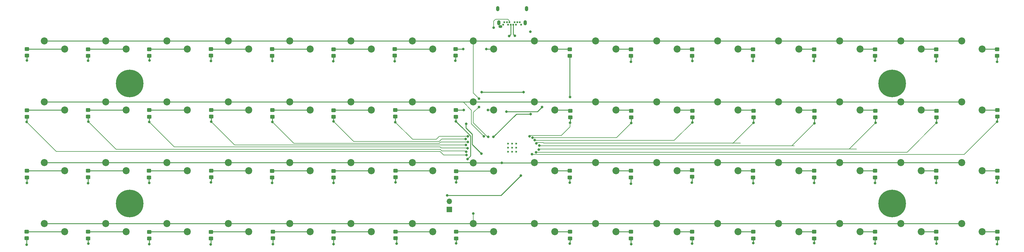
<source format=gbr>
%TF.GenerationSoftware,KiCad,Pcbnew,6.0.7-f9a2dced07~116~ubuntu20.04.1*%
%TF.CreationDate,2022-10-16T12:29:11-07:00*%
%TF.ProjectId,keyboard,6b657962-6f61-4726-942e-6b696361645f,rev?*%
%TF.SameCoordinates,Original*%
%TF.FileFunction,Copper,L2,Bot*%
%TF.FilePolarity,Positive*%
%FSLAX46Y46*%
G04 Gerber Fmt 4.6, Leading zero omitted, Abs format (unit mm)*
G04 Created by KiCad (PCBNEW 6.0.7-f9a2dced07~116~ubuntu20.04.1) date 2022-10-16 12:29:11*
%MOMM*%
%LPD*%
G01*
G04 APERTURE LIST*
G04 Aperture macros list*
%AMRoundRect*
0 Rectangle with rounded corners*
0 $1 Rounding radius*
0 $2 $3 $4 $5 $6 $7 $8 $9 X,Y pos of 4 corners*
0 Add a 4 corners polygon primitive as box body*
4,1,4,$2,$3,$4,$5,$6,$7,$8,$9,$2,$3,0*
0 Add four circle primitives for the rounded corners*
1,1,$1+$1,$2,$3*
1,1,$1+$1,$4,$5*
1,1,$1+$1,$6,$7*
1,1,$1+$1,$8,$9*
0 Add four rect primitives between the rounded corners*
20,1,$1+$1,$2,$3,$4,$5,0*
20,1,$1+$1,$4,$5,$6,$7,0*
20,1,$1+$1,$6,$7,$8,$9,0*
20,1,$1+$1,$8,$9,$2,$3,0*%
G04 Aperture macros list end*
%TA.AperFunction,ComponentPad*%
%ADD10C,2.200000*%
%TD*%
%TA.AperFunction,ComponentPad*%
%ADD11C,0.600000*%
%TD*%
%TA.AperFunction,HeatsinkPad*%
%ADD12C,0.600000*%
%TD*%
%TA.AperFunction,ComponentPad*%
%ADD13C,8.600000*%
%TD*%
%TA.AperFunction,ComponentPad*%
%ADD14R,1.700000X1.700000*%
%TD*%
%TA.AperFunction,ComponentPad*%
%ADD15O,1.700000X1.700000*%
%TD*%
%TA.AperFunction,ComponentPad*%
%ADD16C,0.609600*%
%TD*%
%TA.AperFunction,ComponentPad*%
%ADD17O,1.193800X0.914400*%
%TD*%
%TA.AperFunction,ComponentPad*%
%ADD18O,1.016000X1.600200*%
%TD*%
%TA.AperFunction,SMDPad,CuDef*%
%ADD19RoundRect,0.250000X0.450000X-0.325000X0.450000X0.325000X-0.450000X0.325000X-0.450000X-0.325000X0*%
%TD*%
%TA.AperFunction,ViaPad*%
%ADD20C,0.800000*%
%TD*%
%TA.AperFunction,Conductor*%
%ADD21C,0.280000*%
%TD*%
%TA.AperFunction,Conductor*%
%ADD22C,0.200000*%
%TD*%
%TA.AperFunction,Conductor*%
%ADD23C,0.250000*%
%TD*%
G04 APERTURE END LIST*
D10*
%TO.P,SW22,1,1*%
%TO.N,/Key Matrix/R2*%
X264120000Y-130770000D03*
%TO.P,SW22,2,2*%
%TO.N,Net-(D22-Pad2)*%
X270470000Y-133310000D03*
%TD*%
D11*
%TO.P,U2,57,GND*%
%TO.N,GND*%
X217825000Y-145070000D03*
X219100000Y-143795000D03*
X220375000Y-145070000D03*
X220375000Y-143795000D03*
D12*
X217825000Y-143795000D03*
D11*
X217825000Y-146345000D03*
X219100000Y-145070000D03*
X220375000Y-146345000D03*
X219100000Y-146345000D03*
%TD*%
D13*
%TO.P,H3,1*%
%TO.N,N/C*%
X337500000Y-162500000D03*
%TD*%
%TO.P,H1,1*%
%TO.N,N/C*%
X100000000Y-125000000D03*
%TD*%
D14*
%TO.P,J2,1,Pin_1*%
%TO.N,GND*%
X199525000Y-164335000D03*
D15*
%TO.P,J2,2,Pin_2*%
%TO.N,Net-(J2-Pad2)*%
X199525000Y-161795000D03*
%TD*%
D16*
%TO.P,J1,B12,B12*%
%TO.N,unconnected-(J1-PadB12)*%
X221886519Y-106582486D03*
%TO.P,J1,B11,B11*%
%TO.N,unconnected-(J1-PadB11)*%
X221486393Y-105882486D03*
%TO.P,J1,B10,B10*%
%TO.N,unconnected-(J1-PadB10)*%
X220686267Y-105882486D03*
%TO.P,J1,B9,B9*%
%TO.N,unconnected-(J1-PadB9)*%
X220286141Y-106582486D03*
%TO.P,J1,B8,B8*%
%TO.N,unconnected-(J1-PadB8)*%
X219911515Y-105882486D03*
%TO.P,J1,B7,B7*%
%TO.N,/USB_D-*%
X219473889Y-106582486D03*
%TO.P,J1,B6,B6*%
%TO.N,/USB_D+*%
X218673763Y-106582486D03*
%TO.P,J1,B5,B5*%
%TO.N,Net-(J1-PadB5)*%
X218311137Y-105882486D03*
%TO.P,J1,B4,B4*%
%TO.N,unconnected-(J1-PadB4)*%
X217886511Y-106582486D03*
%TO.P,J1,B3,B3*%
%TO.N,unconnected-(J1-PadB3)*%
X217486385Y-105882486D03*
%TO.P,J1,B2,B2*%
%TO.N,unconnected-(J1-PadB2)*%
X216686259Y-105882486D03*
%TO.P,J1,B1,B1*%
%TO.N,unconnected-(J1-PadB1)*%
X216286133Y-106582486D03*
D17*
%TO.P,J1,29,29*%
%TO.N,unconnected-(J1-Pad29)*%
X215486326Y-107232486D03*
D18*
%TO.P,J1,28,28*%
%TO.N,unconnected-(J1-Pad28)*%
X214596325Y-101592486D03*
%TO.P,J1,27,27*%
%TO.N,unconnected-(J1-Pad27)*%
X214956327Y-105992486D03*
%TO.P,J1,26,26*%
%TO.N,unconnected-(J1-Pad26)*%
X223576327Y-101592486D03*
%TO.P,J1,25,25*%
%TO.N,unconnected-(J1-Pad25)*%
X223216325Y-105992486D03*
%TD*%
D13*
%TO.P,H4,1*%
%TO.N,N/C*%
X100000000Y-162500000D03*
%TD*%
%TO.P,H2,1*%
%TO.N,N/C*%
X337500000Y-125000000D03*
%TD*%
D19*
%TO.P,D55,1,K*%
%TO.N,/Key Matrix/C14*%
X106045000Y-154322500D03*
%TO.P,D55,2,A*%
%TO.N,Net-(D55-Pad2)*%
X106045000Y-152272500D03*
%TD*%
%TO.P,D17,1,K*%
%TO.N,/Key Matrix/C5*%
X294145000Y-116322500D03*
%TO.P,D17,2,A*%
%TO.N,Net-(D17-Pad2)*%
X294145000Y-114272500D03*
%TD*%
D10*
%TO.P,SW29,1,1*%
%TO.N,/Key Matrix/R1*%
X226067500Y-111720000D03*
%TO.P,SW29,2,2*%
%TO.N,Net-(D29-Pad2)*%
X232417500Y-114260000D03*
%TD*%
%TO.P,SW7,1,1*%
%TO.N,/Key Matrix/R3*%
X340177500Y-149730000D03*
%TO.P,SW7,2,2*%
%TO.N,Net-(D7-Pad2)*%
X346527500Y-152270000D03*
%TD*%
D19*
%TO.P,D33,1,K*%
%TO.N,/Key Matrix/C9*%
X201490000Y-116282500D03*
%TO.P,D33,2,A*%
%TO.N,Net-(D33-Pad2)*%
X201490000Y-114232500D03*
%TD*%
%TO.P,D12,1,K*%
%TO.N,/Key Matrix/C3*%
X332187500Y-173372500D03*
%TO.P,D12,2,A*%
%TO.N,Net-(D12-Pad2)*%
X332187500Y-171322500D03*
%TD*%
D10*
%TO.P,SW34,1,1*%
%TO.N,/Key Matrix/R2*%
X207017500Y-130770000D03*
%TO.P,SW34,2,2*%
%TO.N,Net-(D34-Pad2)*%
X213367500Y-133310000D03*
%TD*%
%TO.P,SW46,1,1*%
%TO.N,/Key Matrix/R2*%
X149820000Y-130770000D03*
%TO.P,SW46,2,2*%
%TO.N,Net-(D46-Pad2)*%
X156170000Y-133310000D03*
%TD*%
%TO.P,SW45,1,1*%
%TO.N,/Key Matrix/R1*%
X149820000Y-111720000D03*
%TO.P,SW45,2,2*%
%TO.N,Net-(D45-Pad2)*%
X156170000Y-114260000D03*
%TD*%
D19*
%TO.P,D2,1,K*%
%TO.N,/Key Matrix/C1*%
X370220000Y-135345000D03*
%TO.P,D2,2,A*%
%TO.N,Net-(D2-Pad2)*%
X370220000Y-133295000D03*
%TD*%
%TO.P,D26,1,K*%
%TO.N,/Key Matrix/C7*%
X256210000Y-135587500D03*
%TO.P,D26,2,A*%
%TO.N,Net-(D26-Pad2)*%
X256210000Y-133537500D03*
%TD*%
D10*
%TO.P,SW30,1,1*%
%TO.N,/Key Matrix/R2*%
X226067500Y-130770000D03*
%TO.P,SW30,2,2*%
%TO.N,Net-(D30-Pad2)*%
X232417500Y-133310000D03*
%TD*%
D19*
%TO.P,D48,1,K*%
%TO.N,/Key Matrix/C12*%
X144580000Y-173362500D03*
%TO.P,D48,2,A*%
%TO.N,Net-(D48-Pad2)*%
X144580000Y-171312500D03*
%TD*%
%TO.P,D21,1,K*%
%TO.N,/Key Matrix/C6*%
X275142500Y-116322500D03*
%TO.P,D21,2,A*%
%TO.N,Net-(D21-Pad2)*%
X275142500Y-114272500D03*
%TD*%
%TO.P,D36,1,K*%
%TO.N,/Key Matrix/C9*%
X201647500Y-173372500D03*
%TO.P,D36,2,A*%
%TO.N,Net-(D36-Pad2)*%
X201647500Y-171322500D03*
%TD*%
D10*
%TO.P,SW31,1,1*%
%TO.N,/Key Matrix/R3*%
X226067500Y-149730000D03*
%TO.P,SW31,2,2*%
%TO.N,Net-(D31-Pad2)*%
X232417500Y-152270000D03*
%TD*%
D19*
%TO.P,D46,1,K*%
%TO.N,/Key Matrix/C12*%
X144440000Y-135357500D03*
%TO.P,D46,2,A*%
%TO.N,Net-(D46-Pad2)*%
X144440000Y-133307500D03*
%TD*%
%TO.P,D34,1,K*%
%TO.N,/Key Matrix/C9*%
X201610000Y-135355000D03*
%TO.P,D34,2,A*%
%TO.N,Net-(D34-Pad2)*%
X201610000Y-133305000D03*
%TD*%
%TO.P,D13,1,K*%
%TO.N,/Key Matrix/C4*%
X313147500Y-116322500D03*
%TO.P,D13,2,A*%
%TO.N,Net-(D13-Pad2)*%
X313147500Y-114272500D03*
%TD*%
%TO.P,D64,1,K*%
%TO.N,/Key Matrix/C16*%
X67900000Y-173352500D03*
%TO.P,D64,2,A*%
%TO.N,Net-(D64-Pad2)*%
X67900000Y-171302500D03*
%TD*%
%TO.P,D5,1,K*%
%TO.N,/Key Matrix/C2*%
X351200000Y-116322500D03*
%TO.P,D5,2,A*%
%TO.N,Net-(D5-Pad2)*%
X351200000Y-114272500D03*
%TD*%
D10*
%TO.P,SW10,1,1*%
%TO.N,/Key Matrix/R2*%
X321127500Y-130770000D03*
%TO.P,SW10,2,2*%
%TO.N,Net-(D10-Pad2)*%
X327477500Y-133310000D03*
%TD*%
%TO.P,SW55,2,2*%
%TO.N,Net-(D55-Pad2)*%
X117975000Y-152270000D03*
%TO.P,SW55,1,1*%
%TO.N,/Key Matrix/R3*%
X111625000Y-149730000D03*
%TD*%
D19*
%TO.P,D56,1,K*%
%TO.N,/Key Matrix/C14*%
X106065000Y-173402500D03*
%TO.P,D56,2,A*%
%TO.N,Net-(D56-Pad2)*%
X106065000Y-171352500D03*
%TD*%
%TO.P,D29,1,K*%
%TO.N,/Key Matrix/C8*%
X237090000Y-116322500D03*
%TO.P,D29,2,A*%
%TO.N,Net-(D29-Pad2)*%
X237090000Y-114272500D03*
%TD*%
%TO.P,D60,1,K*%
%TO.N,/Key Matrix/C15*%
X87077500Y-173382500D03*
%TO.P,D60,2,A*%
%TO.N,Net-(D60-Pad2)*%
X87077500Y-171332500D03*
%TD*%
%TO.P,D58,1,K*%
%TO.N,/Key Matrix/C15*%
X87047500Y-135305000D03*
%TO.P,D58,2,A*%
%TO.N,Net-(D58-Pad2)*%
X87047500Y-133255000D03*
%TD*%
D10*
%TO.P,SW27,1,1*%
%TO.N,/Key Matrix/R3*%
X245070000Y-149730000D03*
%TO.P,SW27,2,2*%
%TO.N,Net-(D27-Pad2)*%
X251420000Y-152270000D03*
%TD*%
%TO.P,SW43,1,1*%
%TO.N,/Key Matrix/R3*%
X168917500Y-149730000D03*
%TO.P,SW43,2,2*%
%TO.N,Net-(D43-Pad2)*%
X175267500Y-152270000D03*
%TD*%
%TO.P,SW5,1,1*%
%TO.N,/Key Matrix/R1*%
X340177500Y-111720000D03*
%TO.P,SW5,2,2*%
%TO.N,Net-(D5-Pad2)*%
X346527500Y-114260000D03*
%TD*%
D19*
%TO.P,D38,1,K*%
%TO.N,/Key Matrix/C10*%
X182695000Y-135347500D03*
%TO.P,D38,2,A*%
%TO.N,Net-(D38-Pad2)*%
X182695000Y-133297500D03*
%TD*%
D10*
%TO.P,SW56,1,1*%
%TO.N,/Key Matrix/R4*%
X111625000Y-168780000D03*
%TO.P,SW56,2,2*%
%TO.N,Net-(D56-Pad2)*%
X117975000Y-171320000D03*
%TD*%
%TO.P,SW63,1,1*%
%TO.N,/Key Matrix/R3*%
X73430000Y-149730000D03*
%TO.P,SW63,2,2*%
%TO.N,Net-(D63-Pad2)*%
X79780000Y-152270000D03*
%TD*%
D19*
%TO.P,D30,1,K*%
%TO.N,/Key Matrix/C8*%
X237207500Y-135587500D03*
%TO.P,D30,2,A*%
%TO.N,Net-(D30-Pad2)*%
X237207500Y-133537500D03*
%TD*%
D10*
%TO.P,SW59,1,1*%
%TO.N,/Key Matrix/R3*%
X92527500Y-149730000D03*
%TO.P,SW59,2,2*%
%TO.N,Net-(D59-Pad2)*%
X98877500Y-152270000D03*
%TD*%
D19*
%TO.P,D20,1,K*%
%TO.N,/Key Matrix/C5*%
X294182500Y-173372500D03*
%TO.P,D20,2,A*%
%TO.N,Net-(D20-Pad2)*%
X294182500Y-171322500D03*
%TD*%
D10*
%TO.P,SW60,1,1*%
%TO.N,/Key Matrix/R4*%
X92570000Y-168760000D03*
%TO.P,SW60,2,2*%
%TO.N,Net-(D60-Pad2)*%
X98920000Y-171300000D03*
%TD*%
D19*
%TO.P,D42,1,K*%
%TO.N,/Key Matrix/C11*%
X163510000Y-135377500D03*
%TO.P,D42,2,A*%
%TO.N,Net-(D42-Pad2)*%
X163510000Y-133327500D03*
%TD*%
D10*
%TO.P,SW52,1,1*%
%TO.N,/Key Matrix/R4*%
X130722500Y-168780000D03*
%TO.P,SW52,2,2*%
%TO.N,Net-(D52-Pad2)*%
X137072500Y-171320000D03*
%TD*%
D19*
%TO.P,D22,1,K*%
%TO.N,/Key Matrix/C6*%
X275260000Y-135587500D03*
%TO.P,D22,2,A*%
%TO.N,Net-(D22-Pad2)*%
X275260000Y-133537500D03*
%TD*%
%TO.P,D19,1,K*%
%TO.N,/Key Matrix/C5*%
X294152500Y-154332500D03*
%TO.P,D19,2,A*%
%TO.N,Net-(D19-Pad2)*%
X294152500Y-152282500D03*
%TD*%
%TO.P,D32,1,K*%
%TO.N,/Key Matrix/C8*%
X237127500Y-173372500D03*
%TO.P,D32,2,A*%
%TO.N,Net-(D32-Pad2)*%
X237127500Y-171322500D03*
%TD*%
%TO.P,D3,1,K*%
%TO.N,/Key Matrix/C1*%
X370210000Y-154332500D03*
%TO.P,D3,2,A*%
%TO.N,Net-(D3-Pad2)*%
X370210000Y-152282500D03*
%TD*%
D10*
%TO.P,SW37,1,1*%
%TO.N,/Key Matrix/R1*%
X188015000Y-111720000D03*
%TO.P,SW37,2,2*%
%TO.N,Net-(D37-Pad2)*%
X194365000Y-114260000D03*
%TD*%
%TO.P,SW18,1,1*%
%TO.N,/Key Matrix/R2*%
X283122500Y-130770000D03*
%TO.P,SW18,2,2*%
%TO.N,Net-(D18-Pad2)*%
X289472500Y-133310000D03*
%TD*%
D19*
%TO.P,D45,1,K*%
%TO.N,/Key Matrix/C12*%
X144362500Y-116312500D03*
%TO.P,D45,2,A*%
%TO.N,Net-(D45-Pad2)*%
X144362500Y-114262500D03*
%TD*%
D10*
%TO.P,SW3,1,1*%
%TO.N,/Key Matrix/R3*%
X359180000Y-149730000D03*
%TO.P,SW3,2,2*%
%TO.N,Net-(D3-Pad2)*%
X365530000Y-152270000D03*
%TD*%
D19*
%TO.P,D50,1,K*%
%TO.N,/Key Matrix/C13*%
X125412500Y-135345000D03*
%TO.P,D50,2,A*%
%TO.N,Net-(D50-Pad2)*%
X125412500Y-133295000D03*
%TD*%
%TO.P,D10,1,K*%
%TO.N,/Key Matrix/C3*%
X332267500Y-135587500D03*
%TO.P,D10,2,A*%
%TO.N,Net-(D10-Pad2)*%
X332267500Y-133537500D03*
%TD*%
D10*
%TO.P,SW64,1,1*%
%TO.N,/Key Matrix/R4*%
X73430000Y-168780000D03*
%TO.P,SW64,2,2*%
%TO.N,Net-(D64-Pad2)*%
X79780000Y-171320000D03*
%TD*%
%TO.P,SW8,1,1*%
%TO.N,/Key Matrix/R4*%
X340177500Y-168780000D03*
%TO.P,SW8,2,2*%
%TO.N,Net-(D8-Pad2)*%
X346527500Y-171320000D03*
%TD*%
D19*
%TO.P,D61,2,A*%
%TO.N,Net-(D61-Pad2)*%
X67980000Y-114252500D03*
%TO.P,D61,1,K*%
%TO.N,/Key Matrix/C16*%
X67980000Y-116302500D03*
%TD*%
%TO.P,D37,1,K*%
%TO.N,/Key Matrix/C10*%
X182507500Y-116302500D03*
%TO.P,D37,2,A*%
%TO.N,Net-(D37-Pad2)*%
X182507500Y-114252500D03*
%TD*%
D10*
%TO.P,SW58,2,2*%
%TO.N,Net-(D58-Pad2)*%
X98877500Y-133310000D03*
%TO.P,SW58,1,1*%
%TO.N,/Key Matrix/R2*%
X92527500Y-130770000D03*
%TD*%
D19*
%TO.P,D62,1,K*%
%TO.N,/Key Matrix/C16*%
X67970000Y-135412500D03*
%TO.P,D62,2,A*%
%TO.N,Net-(D62-Pad2)*%
X67970000Y-133362500D03*
%TD*%
%TO.P,D6,1,K*%
%TO.N,/Key Matrix/C2*%
X351317500Y-135587500D03*
%TO.P,D6,2,A*%
%TO.N,Net-(D6-Pad2)*%
X351317500Y-133537500D03*
%TD*%
%TO.P,D27,1,K*%
%TO.N,/Key Matrix/C7*%
X256100000Y-154332500D03*
%TO.P,D27,2,A*%
%TO.N,Net-(D27-Pad2)*%
X256100000Y-152282500D03*
%TD*%
D10*
%TO.P,SW44,1,1*%
%TO.N,/Key Matrix/R4*%
X168917500Y-168780000D03*
%TO.P,SW44,2,2*%
%TO.N,Net-(D44-Pad2)*%
X175267500Y-171320000D03*
%TD*%
D19*
%TO.P,D54,1,K*%
%TO.N,/Key Matrix/C14*%
X106095000Y-135365000D03*
%TO.P,D54,2,A*%
%TO.N,Net-(D54-Pad2)*%
X106095000Y-133315000D03*
%TD*%
D10*
%TO.P,SW42,1,1*%
%TO.N,/Key Matrix/R2*%
X168917500Y-130770000D03*
%TO.P,SW42,2,2*%
%TO.N,Net-(D42-Pad2)*%
X175267500Y-133310000D03*
%TD*%
%TO.P,SW2,1,1*%
%TO.N,/Key Matrix/R2*%
X359180000Y-130770000D03*
%TO.P,SW2,2,2*%
%TO.N,Net-(D2-Pad2)*%
X365530000Y-133310000D03*
%TD*%
D19*
%TO.P,D11,1,K*%
%TO.N,/Key Matrix/C3*%
X332157500Y-154332500D03*
%TO.P,D11,2,A*%
%TO.N,Net-(D11-Pad2)*%
X332157500Y-152282500D03*
%TD*%
%TO.P,D43,1,K*%
%TO.N,/Key Matrix/C11*%
X163507500Y-154352500D03*
%TO.P,D43,2,A*%
%TO.N,Net-(D43-Pad2)*%
X163507500Y-152302500D03*
%TD*%
D10*
%TO.P,SW26,1,1*%
%TO.N,/Key Matrix/R2*%
X245070000Y-130770000D03*
%TO.P,SW26,2,2*%
%TO.N,Net-(D26-Pad2)*%
X251420000Y-133310000D03*
%TD*%
D19*
%TO.P,D28,1,K*%
%TO.N,/Key Matrix/C7*%
X256130000Y-173372500D03*
%TO.P,D28,2,A*%
%TO.N,Net-(D28-Pad2)*%
X256130000Y-171322500D03*
%TD*%
D10*
%TO.P,SW33,1,1*%
%TO.N,/Key Matrix/R1*%
X207017500Y-111720000D03*
%TO.P,SW33,2,2*%
%TO.N,Net-(D33-Pad2)*%
X213367500Y-114260000D03*
%TD*%
D19*
%TO.P,D41,1,K*%
%TO.N,/Key Matrix/C11*%
X163480000Y-116352500D03*
%TO.P,D41,2,A*%
%TO.N,Net-(D41-Pad2)*%
X163480000Y-114302500D03*
%TD*%
%TO.P,D44,1,K*%
%TO.N,/Key Matrix/C11*%
X163457500Y-173342500D03*
%TO.P,D44,2,A*%
%TO.N,Net-(D44-Pad2)*%
X163457500Y-171292500D03*
%TD*%
D10*
%TO.P,SW54,1,1*%
%TO.N,/Key Matrix/R2*%
X111625000Y-130770000D03*
%TO.P,SW54,2,2*%
%TO.N,Net-(D54-Pad2)*%
X117975000Y-133310000D03*
%TD*%
%TO.P,SW19,1,1*%
%TO.N,/Key Matrix/R3*%
X283122500Y-149730000D03*
%TO.P,SW19,2,2*%
%TO.N,Net-(D19-Pad2)*%
X289472500Y-152270000D03*
%TD*%
%TO.P,SW13,1,1*%
%TO.N,/Key Matrix/R1*%
X302125000Y-111720000D03*
%TO.P,SW13,2,2*%
%TO.N,Net-(D13-Pad2)*%
X308475000Y-114260000D03*
%TD*%
D19*
%TO.P,D57,1,K*%
%TO.N,/Key Matrix/C15*%
X87070000Y-116362500D03*
%TO.P,D57,2,A*%
%TO.N,Net-(D57-Pad2)*%
X87070000Y-114312500D03*
%TD*%
D10*
%TO.P,SW50,1,1*%
%TO.N,/Key Matrix/R2*%
X130722500Y-130770000D03*
%TO.P,SW50,2,2*%
%TO.N,Net-(D50-Pad2)*%
X137072500Y-133310000D03*
%TD*%
D19*
%TO.P,D59,1,K*%
%TO.N,/Key Matrix/C15*%
X87047500Y-154302500D03*
%TO.P,D59,2,A*%
%TO.N,Net-(D59-Pad2)*%
X87047500Y-152252500D03*
%TD*%
D10*
%TO.P,SW32,1,1*%
%TO.N,/Key Matrix/R4*%
X226067500Y-168780000D03*
%TO.P,SW32,2,2*%
%TO.N,Net-(D32-Pad2)*%
X232417500Y-171320000D03*
%TD*%
%TO.P,SW49,1,1*%
%TO.N,/Key Matrix/R1*%
X130722500Y-111720000D03*
%TO.P,SW49,2,2*%
%TO.N,Net-(D49-Pad2)*%
X137072500Y-114260000D03*
%TD*%
D19*
%TO.P,D35,1,K*%
%TO.N,/Key Matrix/C9*%
X201657500Y-154422500D03*
%TO.P,D35,2,A*%
%TO.N,Net-(D35-Pad2)*%
X201657500Y-152372500D03*
%TD*%
%TO.P,D24,1,K*%
%TO.N,/Key Matrix/C6*%
X275180000Y-173372500D03*
%TO.P,D24,2,A*%
%TO.N,Net-(D24-Pad2)*%
X275180000Y-171322500D03*
%TD*%
%TO.P,D47,1,K*%
%TO.N,/Key Matrix/C12*%
X144360000Y-154362500D03*
%TO.P,D47,2,A*%
%TO.N,Net-(D47-Pad2)*%
X144360000Y-152312500D03*
%TD*%
%TO.P,D16,1,K*%
%TO.N,/Key Matrix/C4*%
X313185000Y-173372500D03*
%TO.P,D16,2,A*%
%TO.N,Net-(D16-Pad2)*%
X313185000Y-171322500D03*
%TD*%
D10*
%TO.P,SW14,1,1*%
%TO.N,/Key Matrix/R2*%
X302125000Y-130770000D03*
%TO.P,SW14,2,2*%
%TO.N,Net-(D14-Pad2)*%
X308475000Y-133310000D03*
%TD*%
%TO.P,SW23,1,1*%
%TO.N,/Key Matrix/R3*%
X264120000Y-149730000D03*
%TO.P,SW23,2,2*%
%TO.N,Net-(D23-Pad2)*%
X270470000Y-152270000D03*
%TD*%
%TO.P,SW15,1,1*%
%TO.N,/Key Matrix/R3*%
X302125000Y-149730000D03*
%TO.P,SW15,2,2*%
%TO.N,Net-(D15-Pad2)*%
X308475000Y-152270000D03*
%TD*%
%TO.P,SW61,1,1*%
%TO.N,/Key Matrix/R1*%
X73430000Y-111720000D03*
%TO.P,SW61,2,2*%
%TO.N,Net-(D61-Pad2)*%
X79780000Y-114260000D03*
%TD*%
D19*
%TO.P,D14,1,K*%
%TO.N,/Key Matrix/C4*%
X313265000Y-135587500D03*
%TO.P,D14,2,A*%
%TO.N,Net-(D14-Pad2)*%
X313265000Y-133537500D03*
%TD*%
%TO.P,D1,1,K*%
%TO.N,/Key Matrix/C1*%
X370202500Y-116322500D03*
%TO.P,D1,2,A*%
%TO.N,Net-(D1-Pad2)*%
X370202500Y-114272500D03*
%TD*%
D10*
%TO.P,SW62,1,1*%
%TO.N,/Key Matrix/R2*%
X73430000Y-130770000D03*
%TO.P,SW62,2,2*%
%TO.N,Net-(D62-Pad2)*%
X79780000Y-133310000D03*
%TD*%
D19*
%TO.P,D53,1,K*%
%TO.N,/Key Matrix/C14*%
X106097500Y-116322500D03*
%TO.P,D53,2,A*%
%TO.N,Net-(D53-Pad2)*%
X106097500Y-114272500D03*
%TD*%
%TO.P,D15,1,K*%
%TO.N,/Key Matrix/C4*%
X313155000Y-154332500D03*
%TO.P,D15,2,A*%
%TO.N,Net-(D15-Pad2)*%
X313155000Y-152282500D03*
%TD*%
D10*
%TO.P,SW57,1,1*%
%TO.N,/Key Matrix/R1*%
X92527500Y-111720000D03*
%TO.P,SW57,2,2*%
%TO.N,Net-(D57-Pad2)*%
X98877500Y-114260000D03*
%TD*%
D19*
%TO.P,D25,1,K*%
%TO.N,/Key Matrix/C7*%
X256092500Y-116322500D03*
%TO.P,D25,2,A*%
%TO.N,Net-(D25-Pad2)*%
X256092500Y-114272500D03*
%TD*%
%TO.P,D4,1,K*%
%TO.N,/Key Matrix/C1*%
X370240000Y-173372500D03*
%TO.P,D4,2,A*%
%TO.N,Net-(D4-Pad2)*%
X370240000Y-171322500D03*
%TD*%
D10*
%TO.P,SW28,1,1*%
%TO.N,/Key Matrix/R4*%
X245070000Y-168780000D03*
%TO.P,SW28,2,2*%
%TO.N,Net-(D28-Pad2)*%
X251420000Y-171320000D03*
%TD*%
%TO.P,SW36,1,1*%
%TO.N,/Key Matrix/R4*%
X207017500Y-168780000D03*
%TO.P,SW36,2,2*%
%TO.N,Net-(D36-Pad2)*%
X213367500Y-171320000D03*
%TD*%
%TO.P,SW51,1,1*%
%TO.N,/Key Matrix/R3*%
X130722500Y-149730000D03*
%TO.P,SW51,2,2*%
%TO.N,Net-(D51-Pad2)*%
X137072500Y-152270000D03*
%TD*%
%TO.P,SW12,1,1*%
%TO.N,/Key Matrix/R4*%
X321127500Y-168780000D03*
%TO.P,SW12,2,2*%
%TO.N,Net-(D12-Pad2)*%
X327477500Y-171320000D03*
%TD*%
D19*
%TO.P,D23,1,K*%
%TO.N,/Key Matrix/C6*%
X275150000Y-154087500D03*
%TO.P,D23,2,A*%
%TO.N,Net-(D23-Pad2)*%
X275150000Y-152037500D03*
%TD*%
D10*
%TO.P,SW38,1,1*%
%TO.N,/Key Matrix/R2*%
X188015000Y-130770000D03*
%TO.P,SW38,2,2*%
%TO.N,Net-(D38-Pad2)*%
X194365000Y-133310000D03*
%TD*%
D19*
%TO.P,D9,1,K*%
%TO.N,/Key Matrix/C3*%
X332150000Y-116322500D03*
%TO.P,D9,2,A*%
%TO.N,Net-(D9-Pad2)*%
X332150000Y-114272500D03*
%TD*%
D10*
%TO.P,SW11,1,1*%
%TO.N,/Key Matrix/R3*%
X321127500Y-149730000D03*
%TO.P,SW11,2,2*%
%TO.N,Net-(D11-Pad2)*%
X327477500Y-152270000D03*
%TD*%
%TO.P,SW21,1,1*%
%TO.N,/Key Matrix/R1*%
X264120000Y-111720000D03*
%TO.P,SW21,2,2*%
%TO.N,Net-(D21-Pad2)*%
X270470000Y-114260000D03*
%TD*%
D19*
%TO.P,D7,1,K*%
%TO.N,/Key Matrix/C2*%
X351207500Y-154332500D03*
%TO.P,D7,2,A*%
%TO.N,Net-(D7-Pad2)*%
X351207500Y-152282500D03*
%TD*%
%TO.P,D51,1,K*%
%TO.N,/Key Matrix/C13*%
X125412500Y-154262500D03*
%TO.P,D51,2,A*%
%TO.N,Net-(D51-Pad2)*%
X125412500Y-152212500D03*
%TD*%
D10*
%TO.P,SW1,1,1*%
%TO.N,/Key Matrix/R1*%
X359180000Y-111720000D03*
%TO.P,SW1,2,2*%
%TO.N,Net-(D1-Pad2)*%
X365530000Y-114260000D03*
%TD*%
%TO.P,SW39,1,1*%
%TO.N,/Key Matrix/R3*%
X188015000Y-149730000D03*
%TO.P,SW39,2,2*%
%TO.N,Net-(D39-Pad2)*%
X194365000Y-152270000D03*
%TD*%
%TO.P,SW16,1,1*%
%TO.N,/Key Matrix/R4*%
X302125000Y-168780000D03*
%TO.P,SW16,2,2*%
%TO.N,Net-(D16-Pad2)*%
X308475000Y-171320000D03*
%TD*%
%TO.P,SW47,1,1*%
%TO.N,/Key Matrix/R3*%
X149820000Y-149730000D03*
%TO.P,SW47,2,2*%
%TO.N,Net-(D47-Pad2)*%
X156170000Y-152270000D03*
%TD*%
%TO.P,SW35,1,1*%
%TO.N,/Key Matrix/R3*%
X207050000Y-149770000D03*
%TO.P,SW35,2,2*%
%TO.N,Net-(D35-Pad2)*%
X213400000Y-152310000D03*
%TD*%
%TO.P,SW20,1,1*%
%TO.N,/Key Matrix/R4*%
X283122500Y-168780000D03*
%TO.P,SW20,2,2*%
%TO.N,Net-(D20-Pad2)*%
X289472500Y-171320000D03*
%TD*%
%TO.P,SW17,1,1*%
%TO.N,/Key Matrix/R1*%
X283122500Y-111720000D03*
%TO.P,SW17,2,2*%
%TO.N,Net-(D17-Pad2)*%
X289472500Y-114260000D03*
%TD*%
%TO.P,SW53,1,1*%
%TO.N,/Key Matrix/R1*%
X111625000Y-111720000D03*
%TO.P,SW53,2,2*%
%TO.N,Net-(D53-Pad2)*%
X117975000Y-114260000D03*
%TD*%
D19*
%TO.P,D18,1,K*%
%TO.N,/Key Matrix/C5*%
X294262500Y-135587500D03*
%TO.P,D18,2,A*%
%TO.N,Net-(D18-Pad2)*%
X294262500Y-133537500D03*
%TD*%
D10*
%TO.P,SW24,1,1*%
%TO.N,/Key Matrix/R4*%
X264120000Y-168780000D03*
%TO.P,SW24,2,2*%
%TO.N,Net-(D24-Pad2)*%
X270470000Y-171320000D03*
%TD*%
D19*
%TO.P,D49,1,K*%
%TO.N,/Key Matrix/C13*%
X125275000Y-116272500D03*
%TO.P,D49,2,A*%
%TO.N,Net-(D49-Pad2)*%
X125275000Y-114222500D03*
%TD*%
%TO.P,D39,1,K*%
%TO.N,/Key Matrix/C10*%
X182820000Y-154292500D03*
%TO.P,D39,2,A*%
%TO.N,Net-(D39-Pad2)*%
X182820000Y-152242500D03*
%TD*%
D10*
%TO.P,SW6,1,1*%
%TO.N,/Key Matrix/R2*%
X340177500Y-130770000D03*
%TO.P,SW6,2,2*%
%TO.N,Net-(D6-Pad2)*%
X346527500Y-133310000D03*
%TD*%
%TO.P,SW4,1,1*%
%TO.N,/Key Matrix/R4*%
X359180000Y-168780000D03*
%TO.P,SW4,2,2*%
%TO.N,Net-(D4-Pad2)*%
X365530000Y-171320000D03*
%TD*%
%TO.P,SW40,1,1*%
%TO.N,/Key Matrix/R4*%
X188015000Y-168780000D03*
%TO.P,SW40,2,2*%
%TO.N,Net-(D40-Pad2)*%
X194365000Y-171320000D03*
%TD*%
D19*
%TO.P,D52,1,K*%
%TO.N,/Key Matrix/C13*%
X125312500Y-173412500D03*
%TO.P,D52,2,A*%
%TO.N,Net-(D52-Pad2)*%
X125312500Y-171362500D03*
%TD*%
D10*
%TO.P,SW41,1,1*%
%TO.N,/Key Matrix/R1*%
X168917500Y-111720000D03*
%TO.P,SW41,2,2*%
%TO.N,Net-(D41-Pad2)*%
X175267500Y-114260000D03*
%TD*%
D19*
%TO.P,D8,1,K*%
%TO.N,/Key Matrix/C2*%
X351237500Y-173372500D03*
%TO.P,D8,2,A*%
%TO.N,Net-(D8-Pad2)*%
X351237500Y-171322500D03*
%TD*%
D10*
%TO.P,SW48,1,1*%
%TO.N,/Key Matrix/R4*%
X149820000Y-168780000D03*
%TO.P,SW48,2,2*%
%TO.N,Net-(D48-Pad2)*%
X156170000Y-171320000D03*
%TD*%
%TO.P,SW25,1,1*%
%TO.N,/Key Matrix/R1*%
X245070000Y-111720000D03*
%TO.P,SW25,2,2*%
%TO.N,Net-(D25-Pad2)*%
X251420000Y-114260000D03*
%TD*%
D19*
%TO.P,D63,1,K*%
%TO.N,/Key Matrix/C16*%
X68030000Y-154332500D03*
%TO.P,D63,2,A*%
%TO.N,Net-(D63-Pad2)*%
X68030000Y-152282500D03*
%TD*%
D10*
%TO.P,SW9,1,1*%
%TO.N,/Key Matrix/R1*%
X321127500Y-111720000D03*
%TO.P,SW9,2,2*%
%TO.N,Net-(D9-Pad2)*%
X327477500Y-114260000D03*
%TD*%
D19*
%TO.P,D31,1,K*%
%TO.N,/Key Matrix/C8*%
X237097500Y-154332500D03*
%TO.P,D31,2,A*%
%TO.N,Net-(D31-Pad2)*%
X237097500Y-152282500D03*
%TD*%
%TO.P,D40,1,K*%
%TO.N,/Key Matrix/C10*%
X182780000Y-173335000D03*
%TO.P,D40,2,A*%
%TO.N,Net-(D40-Pad2)*%
X182780000Y-171285000D03*
%TD*%
D20*
%TO.N,GND*%
X224760000Y-108780000D03*
%TO.N,+3V3*%
X198870000Y-159920000D03*
X221860000Y-153730000D03*
X213300000Y-141700000D03*
X224850000Y-134550000D03*
X209640000Y-127670000D03*
X222640000Y-127670000D03*
%TO.N,/Key Matrix/R1*%
X208750000Y-129720000D03*
X208750000Y-132310000D03*
%TO.N,Net-(D34-Pad2)*%
X211590000Y-133300000D03*
X204050000Y-133310000D03*
%TO.N,Net-(D33-Pad2)*%
X211090000Y-114260000D03*
X203840000Y-114260000D03*
%TO.N,GND*%
X204840000Y-137630000D03*
X209570000Y-146950000D03*
%TO.N,/Key Matrix/C16*%
X204870000Y-147350000D03*
%TO.N,/Key Matrix/C15*%
X204840000Y-146310000D03*
%TO.N,/Key Matrix/C14*%
X205260000Y-145190000D03*
%TO.N,/Key Matrix/C13*%
X204710000Y-144220000D03*
%TO.N,/Key Matrix/C12*%
X205300000Y-143300000D03*
%TO.N,/Key Matrix/C11*%
X204660000Y-142350000D03*
%TO.N,/Key Matrix/C10*%
X205290000Y-141520000D03*
%TO.N,/Key Matrix/R2*%
X210290000Y-141510000D03*
%TO.N,/Key Matrix/R1*%
X211680000Y-141650000D03*
%TO.N,/Key Matrix/C1*%
X225280000Y-147050000D03*
%TO.N,/Key Matrix/C2*%
X226600000Y-146460000D03*
%TO.N,/Key Matrix/C3*%
X227420000Y-145630000D03*
%TO.N,/Key Matrix/C4*%
X227590000Y-144390000D03*
%TO.N,/Key Matrix/C5*%
X226680000Y-143660000D03*
%TO.N,/Key Matrix/C6*%
X226180000Y-142650000D03*
%TO.N,/Key Matrix/C7*%
X225450000Y-141900000D03*
%TO.N,/Key Matrix/C8*%
X224500000Y-141510000D03*
%TO.N,+3V3*%
X217300000Y-133770000D03*
X228410000Y-132390000D03*
%TO.N,/Key Matrix/R3*%
X215880000Y-149770000D03*
%TO.N,/Key Matrix/R4*%
X207000000Y-165620000D03*
%TO.N,/Key Matrix/C9*%
X205240000Y-148570000D03*
%TO.N,/Key Matrix/C14*%
X106050000Y-175200000D03*
%TO.N,/Key Matrix/C1*%
X370160000Y-118180000D03*
X370150000Y-175210000D03*
X370200000Y-155970000D03*
X370160000Y-136930000D03*
%TO.N,/Key Matrix/C2*%
X351260000Y-175030000D03*
X351200000Y-118080000D03*
X351300000Y-137290000D03*
X351180000Y-156090000D03*
%TO.N,/Key Matrix/C3*%
X332140000Y-175030000D03*
X332140000Y-156020000D03*
X332290000Y-137290000D03*
X332140000Y-117870000D03*
%TO.N,/Key Matrix/C4*%
X313170000Y-156040000D03*
X313190000Y-174890000D03*
X313080000Y-117920000D03*
X313280000Y-137390000D03*
%TO.N,/Key Matrix/C5*%
X294200000Y-174890000D03*
X294250000Y-156140000D03*
X294170000Y-117920000D03*
X294320000Y-137290000D03*
%TO.N,/Key Matrix/C6*%
X275110000Y-155940000D03*
X275210000Y-117970000D03*
X275180000Y-174990000D03*
X275210000Y-137190000D03*
%TO.N,/Key Matrix/C7*%
X256140000Y-156330000D03*
X256100000Y-118180000D03*
X256160000Y-175230000D03*
X256200000Y-137340000D03*
%TO.N,/Key Matrix/C8*%
X237140000Y-137240000D03*
X237100000Y-175060000D03*
X237100000Y-155940000D03*
X237170000Y-129240000D03*
%TO.N,/Key Matrix/C9*%
X201690000Y-155920000D03*
X201440000Y-117870000D03*
X201590000Y-136830000D03*
X201670000Y-174960000D03*
%TO.N,/Key Matrix/C10*%
X182720000Y-137050000D03*
X182800000Y-155850000D03*
X182530000Y-118030000D03*
X183140000Y-174990000D03*
%TO.N,/Key Matrix/C11*%
X163530000Y-136850000D03*
X163510000Y-156020000D03*
X163420000Y-118030000D03*
X163510000Y-175160000D03*
%TO.N,/Key Matrix/C12*%
X144410000Y-117970000D03*
X144600000Y-175160000D03*
X144440000Y-136970000D03*
X144390000Y-156090000D03*
%TO.N,/Key Matrix/C13*%
X125370000Y-136920000D03*
X125300000Y-117920000D03*
X125330000Y-155920000D03*
X125260000Y-175280000D03*
%TO.N,/Key Matrix/C14*%
X106060000Y-156020000D03*
X106110000Y-137000000D03*
X106190000Y-117820000D03*
%TO.N,/Key Matrix/C15*%
X87130000Y-175030000D03*
X87030000Y-117870000D03*
X87090000Y-136900000D03*
X87020000Y-156140000D03*
%TO.N,/Key Matrix/C16*%
X68000000Y-117780000D03*
X67920000Y-175370000D03*
X67930000Y-137000000D03*
X68030000Y-156020000D03*
%TO.N,/USB_D+*%
X218160000Y-110150000D03*
%TO.N,/USB_D-*%
X219950000Y-110110000D03*
%TO.N,Net-(J1-PadB5)*%
X213350000Y-107500000D03*
%TD*%
D21*
%TO.N,/USB_D-*%
X219473889Y-106582486D02*
X219473889Y-109633889D01*
X219473889Y-109633889D02*
X219950000Y-110110000D01*
%TO.N,/USB_D+*%
X218673763Y-106582486D02*
X218673763Y-109636237D01*
X218673763Y-109636237D02*
X218160000Y-110150000D01*
%TO.N,+3V3*%
X215670000Y-159920000D02*
X198870000Y-159920000D01*
X221860000Y-153730000D02*
X215670000Y-159920000D01*
D22*
%TO.N,/Key Matrix/C12*%
X144440000Y-136970000D02*
X151150000Y-143680000D01*
X196815685Y-143290000D02*
X205290000Y-143290000D01*
X151150000Y-143680000D02*
X196425685Y-143680000D01*
X196425685Y-143680000D02*
X196815685Y-143290000D01*
X205290000Y-143290000D02*
X205300000Y-143300000D01*
%TO.N,/Key Matrix/C14*%
X106110000Y-137000000D02*
X113880000Y-144770000D01*
X113880000Y-144770000D02*
X196660000Y-144770000D01*
X196660000Y-144770000D02*
X197050000Y-145160000D01*
X197050000Y-145160000D02*
X205230000Y-145160000D01*
X205230000Y-145160000D02*
X205260000Y-145190000D01*
%TO.N,/Key Matrix/C5*%
X228960000Y-143640000D02*
X228790000Y-143470000D01*
X228790000Y-143470000D02*
X226870000Y-143470000D01*
X226870000Y-143470000D02*
X226680000Y-143660000D01*
%TO.N,/Key Matrix/C3*%
X227420000Y-145630000D02*
X227610000Y-145440000D01*
X227610000Y-145440000D02*
X326420000Y-145440000D01*
D21*
%TO.N,+3V3*%
X224850000Y-134550000D02*
X220450000Y-134550000D01*
X220450000Y-134550000D02*
X213300000Y-141700000D01*
X222640000Y-127670000D02*
X209640000Y-127670000D01*
D22*
%TO.N,/Key Matrix/R1*%
X208750000Y-129720000D02*
X207017500Y-127987500D01*
X207017500Y-127987500D02*
X207017500Y-111720000D01*
X207030000Y-137240000D02*
X207030000Y-134030000D01*
X207030000Y-134030000D02*
X208750000Y-132310000D01*
X211680000Y-141650000D02*
X211440000Y-141650000D01*
X211440000Y-141650000D02*
X207030000Y-137240000D01*
%TO.N,/Key Matrix/R2*%
X210290000Y-141510000D02*
X206420000Y-137640000D01*
D21*
X207017500Y-130770000D02*
X203600000Y-130770000D01*
X203600000Y-130770000D02*
X188015000Y-130770000D01*
D22*
X206420000Y-137640000D02*
X206420000Y-133340000D01*
X203850000Y-130770000D02*
X203600000Y-130770000D01*
X206420000Y-133340000D02*
X203850000Y-130770000D01*
D21*
%TO.N,GND*%
X209570000Y-146950000D02*
X206690000Y-144070000D01*
X206690000Y-144070000D02*
X206690000Y-140850000D01*
X206690000Y-140850000D02*
X204710000Y-138870000D01*
X204710000Y-138870000D02*
X204710000Y-137760000D01*
X204710000Y-137760000D02*
X204840000Y-137630000D01*
D22*
%TO.N,Net-(D34-Pad2)*%
X211590000Y-133300000D02*
X213357500Y-133300000D01*
D23*
%TO.N,Net-(D33-Pad2)*%
X203840000Y-114260000D02*
X201517500Y-114260000D01*
D22*
%TO.N,/Key Matrix/C16*%
X67930000Y-137000000D02*
X77160000Y-146230000D01*
X77160000Y-146230000D02*
X196680000Y-146230000D01*
X196680000Y-146230000D02*
X197800000Y-147350000D01*
X197800000Y-147350000D02*
X204870000Y-147350000D01*
%TO.N,/Key Matrix/C15*%
X87090000Y-136900000D02*
X95770000Y-145580000D01*
X95770000Y-145580000D02*
X196740000Y-145580000D01*
X196740000Y-145580000D02*
X197230000Y-146070000D01*
X197230000Y-146070000D02*
X204790000Y-146070000D01*
%TO.N,/Key Matrix/C13*%
X125370000Y-136920000D02*
X132640000Y-144190000D01*
X132640000Y-144190000D02*
X204680000Y-144190000D01*
X204680000Y-144190000D02*
X204710000Y-144220000D01*
%TO.N,/Key Matrix/C11*%
X163530000Y-136850000D02*
X169780000Y-143100000D01*
X196440000Y-143100000D02*
X197190000Y-142350000D01*
X169780000Y-143100000D02*
X196440000Y-143100000D01*
X197190000Y-142350000D02*
X204660000Y-142350000D01*
%TO.N,/Key Matrix/C10*%
X195510000Y-142440000D02*
X196430000Y-141520000D01*
X196430000Y-141520000D02*
X205290000Y-141520000D01*
D21*
%TO.N,/Key Matrix/C9*%
X203426519Y-138610000D02*
X206200000Y-141383481D01*
X203370000Y-138610000D02*
X203426519Y-138610000D01*
X201590000Y-136830000D02*
X203370000Y-138610000D01*
X206200000Y-141383481D02*
X206200000Y-147610000D01*
X206200000Y-147610000D02*
X205240000Y-148570000D01*
D22*
%TO.N,/Key Matrix/C10*%
X188110000Y-142440000D02*
X195510000Y-142440000D01*
X182720000Y-137050000D02*
X188110000Y-142440000D01*
%TO.N,/Key Matrix/C1*%
X225280000Y-147050000D02*
X225390000Y-147160000D01*
X225390000Y-147160000D02*
X359930000Y-147160000D01*
X359930000Y-147160000D02*
X370160000Y-136930000D01*
%TO.N,/Key Matrix/C2*%
X226600000Y-146460000D02*
X342130000Y-146460000D01*
X342130000Y-146460000D02*
X351300000Y-137290000D01*
%TO.N,/Key Matrix/C3*%
X324140000Y-145440000D02*
X332290000Y-137290000D01*
%TO.N,/Key Matrix/C4*%
X227570000Y-144420000D02*
X306980000Y-144420000D01*
X306300000Y-144370000D02*
X313280000Y-137390000D01*
%TO.N,/Key Matrix/C5*%
X228960000Y-143640000D02*
X290280000Y-143640000D01*
X287900000Y-143710000D02*
X294320000Y-137290000D01*
%TO.N,/Key Matrix/C6*%
X226410000Y-142790000D02*
X269610000Y-142790000D01*
X269610000Y-142790000D02*
X275210000Y-137190000D01*
%TO.N,/Key Matrix/C7*%
X225450000Y-141900000D02*
X251640000Y-141900000D01*
X251640000Y-141900000D02*
X256200000Y-137340000D01*
%TO.N,/Key Matrix/C8*%
X237140000Y-137240000D02*
X237140000Y-138540000D01*
X237140000Y-138540000D02*
X234480000Y-141200000D01*
X234480000Y-141200000D02*
X224810000Y-141200000D01*
X224810000Y-141200000D02*
X224500000Y-141510000D01*
D21*
%TO.N,+3V3*%
X217300000Y-133770000D02*
X227030000Y-133770000D01*
X227030000Y-133770000D02*
X228410000Y-132390000D01*
%TO.N,/Key Matrix/R3*%
X215880000Y-149770000D02*
X226027500Y-149770000D01*
D22*
%TO.N,/Key Matrix/R4*%
X207017500Y-168780000D02*
X207017500Y-165637500D01*
X207017500Y-165637500D02*
X207000000Y-165620000D01*
D21*
%TO.N,/Key Matrix/R1*%
X188015000Y-111720000D02*
X207017500Y-111720000D01*
D23*
%TO.N,/Key Matrix/C8*%
X237090000Y-116322500D02*
X237090000Y-129160000D01*
X237090000Y-129160000D02*
X237170000Y-129240000D01*
%TO.N,/Key Matrix/C5*%
X294170000Y-117920000D02*
X294145000Y-117895000D01*
X294145000Y-117895000D02*
X294145000Y-116322500D01*
%TO.N,/Key Matrix/C1*%
X370240000Y-173372500D02*
X370240000Y-175120000D01*
X370240000Y-175120000D02*
X370150000Y-175210000D01*
%TO.N,/Key Matrix/C2*%
X351237500Y-173372500D02*
X351237500Y-175007500D01*
X351237500Y-175007500D02*
X351260000Y-175030000D01*
%TO.N,/Key Matrix/C1*%
X370210000Y-154332500D02*
X370210000Y-155960000D01*
X370210000Y-155960000D02*
X370200000Y-155970000D01*
%TO.N,/Key Matrix/C2*%
X351207500Y-154332500D02*
X351207500Y-156062500D01*
X351207500Y-156062500D02*
X351180000Y-156090000D01*
%TO.N,/Key Matrix/C1*%
X370220000Y-135345000D02*
X370220000Y-136870000D01*
X370220000Y-136870000D02*
X370160000Y-136930000D01*
%TO.N,/Key Matrix/C2*%
X351317500Y-135587500D02*
X351317500Y-137272500D01*
X351317500Y-137272500D02*
X351300000Y-137290000D01*
%TO.N,/Key Matrix/C1*%
X370202500Y-116322500D02*
X370202500Y-118137500D01*
X370202500Y-118137500D02*
X370160000Y-118180000D01*
%TO.N,/Key Matrix/C2*%
X351200000Y-116322500D02*
X351200000Y-118080000D01*
%TO.N,/Key Matrix/C5*%
X294262500Y-135587500D02*
X294262500Y-137232500D01*
X294262500Y-137232500D02*
X294320000Y-137290000D01*
%TO.N,/Key Matrix/C4*%
X313265000Y-135587500D02*
X313265000Y-137375000D01*
X313265000Y-137375000D02*
X313280000Y-137390000D01*
%TO.N,/Key Matrix/C3*%
X332267500Y-135587500D02*
X332267500Y-137267500D01*
X332267500Y-137267500D02*
X332290000Y-137290000D01*
X332150000Y-116322500D02*
X332150000Y-117860000D01*
X332150000Y-117860000D02*
X332140000Y-117870000D01*
%TO.N,/Key Matrix/C4*%
X313147500Y-116322500D02*
X313147500Y-117852500D01*
X313147500Y-117852500D02*
X313080000Y-117920000D01*
%TO.N,/Key Matrix/C5*%
X294152500Y-154332500D02*
X294152500Y-156042500D01*
X294152500Y-156042500D02*
X294250000Y-156140000D01*
%TO.N,/Key Matrix/C4*%
X313155000Y-154332500D02*
X313155000Y-156025000D01*
X313155000Y-156025000D02*
X313170000Y-156040000D01*
%TO.N,/Key Matrix/C3*%
X332157500Y-154332500D02*
X332157500Y-156002500D01*
X332157500Y-156002500D02*
X332140000Y-156020000D01*
X332187500Y-173372500D02*
X332187500Y-174982500D01*
X332187500Y-174982500D02*
X332140000Y-175030000D01*
%TO.N,/Key Matrix/C4*%
X313185000Y-173372500D02*
X313185000Y-174885000D01*
X313185000Y-174885000D02*
X313190000Y-174890000D01*
%TO.N,/Key Matrix/C5*%
X294182500Y-173372500D02*
X294182500Y-174872500D01*
X294182500Y-174872500D02*
X294200000Y-174890000D01*
%TO.N,/Key Matrix/C6*%
X275180000Y-173372500D02*
X275180000Y-174990000D01*
%TO.N,/Key Matrix/C7*%
X256130000Y-173372500D02*
X256130000Y-175200000D01*
X256130000Y-175200000D02*
X256160000Y-175230000D01*
%TO.N,/Key Matrix/C8*%
X237127500Y-173372500D02*
X237127500Y-175032500D01*
X237127500Y-175032500D02*
X237100000Y-175060000D01*
%TO.N,/Key Matrix/C6*%
X275150000Y-154087500D02*
X275150000Y-155900000D01*
X275150000Y-155900000D02*
X275110000Y-155940000D01*
%TO.N,/Key Matrix/C7*%
X256100000Y-154332500D02*
X256100000Y-156290000D01*
X256100000Y-156290000D02*
X256140000Y-156330000D01*
%TO.N,/Key Matrix/C8*%
X237097500Y-154332500D02*
X237097500Y-155937500D01*
X237097500Y-155937500D02*
X237100000Y-155940000D01*
X237207500Y-135587500D02*
X237207500Y-137172500D01*
X237207500Y-137172500D02*
X237140000Y-137240000D01*
%TO.N,/Key Matrix/C7*%
X256210000Y-135587500D02*
X256210000Y-137330000D01*
X256210000Y-137330000D02*
X256200000Y-137340000D01*
%TO.N,/Key Matrix/C6*%
X275260000Y-135587500D02*
X275260000Y-137140000D01*
X275260000Y-137140000D02*
X275210000Y-137190000D01*
X275142500Y-116322500D02*
X275142500Y-117902500D01*
X275142500Y-117902500D02*
X275210000Y-117970000D01*
%TO.N,/Key Matrix/C7*%
X256092500Y-116322500D02*
X256092500Y-118172500D01*
X256092500Y-118172500D02*
X256100000Y-118180000D01*
%TO.N,/Key Matrix/C9*%
X201647500Y-173372500D02*
X201647500Y-174937500D01*
X201647500Y-174937500D02*
X201670000Y-174960000D01*
%TO.N,/Key Matrix/C10*%
X183135000Y-173352500D02*
X183135000Y-174985000D01*
X183135000Y-174985000D02*
X183140000Y-174990000D01*
%TO.N,/Key Matrix/C11*%
X163457500Y-173342500D02*
X163457500Y-175107500D01*
X163457500Y-175107500D02*
X163510000Y-175160000D01*
%TO.N,/Key Matrix/C9*%
X201657500Y-154422500D02*
X201657500Y-155887500D01*
X201657500Y-155887500D02*
X201690000Y-155920000D01*
%TO.N,/Key Matrix/C10*%
X182820000Y-154292500D02*
X182820000Y-155830000D01*
X182820000Y-155830000D02*
X182800000Y-155850000D01*
%TO.N,/Key Matrix/C11*%
X163507500Y-154352500D02*
X163507500Y-156017500D01*
X163507500Y-156017500D02*
X163510000Y-156020000D01*
X163510000Y-135377500D02*
X163510000Y-136830000D01*
X163510000Y-136830000D02*
X163530000Y-136850000D01*
%TO.N,/Key Matrix/C10*%
X182695000Y-135347500D02*
X182695000Y-137025000D01*
X182695000Y-137025000D02*
X182720000Y-137050000D01*
%TO.N,/Key Matrix/C9*%
X201610000Y-135355000D02*
X201610000Y-136810000D01*
X201610000Y-136810000D02*
X201590000Y-136830000D01*
X201490000Y-116282500D02*
X201490000Y-117820000D01*
X201490000Y-117820000D02*
X201440000Y-117870000D01*
%TO.N,/Key Matrix/C10*%
X182507500Y-116302500D02*
X182507500Y-118007500D01*
X182507500Y-118007500D02*
X182530000Y-118030000D01*
%TO.N,/Key Matrix/C11*%
X163480000Y-116352500D02*
X163480000Y-117970000D01*
X163480000Y-117970000D02*
X163420000Y-118030000D01*
%TO.N,/Key Matrix/C12*%
X144362500Y-116312500D02*
X144362500Y-117922500D01*
X144362500Y-117922500D02*
X144410000Y-117970000D01*
%TO.N,/Key Matrix/C13*%
X125275000Y-116272500D02*
X125275000Y-117895000D01*
X125275000Y-117895000D02*
X125300000Y-117920000D01*
%TO.N,/Key Matrix/C12*%
X144440000Y-135357500D02*
X144440000Y-136970000D01*
%TO.N,/Key Matrix/C13*%
X125412500Y-135345000D02*
X125412500Y-136877500D01*
X125412500Y-136877500D02*
X125370000Y-136920000D01*
%TO.N,/Key Matrix/C12*%
X144360000Y-154362500D02*
X144360000Y-156060000D01*
X144360000Y-156060000D02*
X144390000Y-156090000D01*
%TO.N,/Key Matrix/C13*%
X125412500Y-154262500D02*
X125412500Y-155837500D01*
X125412500Y-155837500D02*
X125330000Y-155920000D01*
%TO.N,/Key Matrix/C12*%
X144580000Y-173362500D02*
X144580000Y-175140000D01*
X144580000Y-175140000D02*
X144600000Y-175160000D01*
%TO.N,/Key Matrix/C13*%
X125312500Y-173412500D02*
X125312500Y-175227500D01*
X125312500Y-175227500D02*
X125260000Y-175280000D01*
%TO.N,/Key Matrix/C14*%
X106065000Y-173402500D02*
X106065000Y-175185000D01*
X106065000Y-175185000D02*
X106050000Y-175200000D01*
X106045000Y-154322500D02*
X106045000Y-156005000D01*
X106045000Y-156005000D02*
X106060000Y-156020000D01*
X106095000Y-135365000D02*
X106095000Y-136985000D01*
X106095000Y-136985000D02*
X106110000Y-137000000D01*
X106097500Y-116322500D02*
X106097500Y-117727500D01*
X106097500Y-117727500D02*
X106190000Y-117820000D01*
%TO.N,/Key Matrix/C15*%
X87070000Y-116362500D02*
X87070000Y-117830000D01*
X87070000Y-117830000D02*
X87030000Y-117870000D01*
X87047500Y-135305000D02*
X87047500Y-136857500D01*
X87047500Y-136857500D02*
X87090000Y-136900000D01*
X87047500Y-154302500D02*
X87047500Y-156112500D01*
X87047500Y-156112500D02*
X87020000Y-156140000D01*
X87077500Y-173382500D02*
X87077500Y-174977500D01*
X87077500Y-174977500D02*
X87130000Y-175030000D01*
%TO.N,/Key Matrix/C16*%
X67900000Y-173352500D02*
X67900000Y-175350000D01*
X67900000Y-175350000D02*
X67920000Y-175370000D01*
X68030000Y-154332500D02*
X68030000Y-156020000D01*
X67970000Y-135412500D02*
X67970000Y-136960000D01*
X67970000Y-136960000D02*
X67930000Y-137000000D01*
X67980000Y-116302500D02*
X67980000Y-117760000D01*
X67980000Y-117760000D02*
X68000000Y-117780000D01*
%TO.N,Net-(D64-Pad2)*%
X67917500Y-171320000D02*
X79780000Y-171320000D01*
%TO.N,Net-(D60-Pad2)*%
X87110000Y-171300000D02*
X98920000Y-171300000D01*
%TO.N,Net-(D52-Pad2)*%
X125355000Y-171320000D02*
X137072500Y-171320000D01*
%TO.N,Net-(D56-Pad2)*%
X106097500Y-171320000D02*
X117975000Y-171320000D01*
%TO.N,Net-(D37-Pad2)*%
X194365000Y-114260000D02*
X182515000Y-114260000D01*
%TO.N,Net-(D33-Pad2)*%
X213367500Y-114260000D02*
X211090000Y-114260000D01*
%TO.N,Net-(D38-Pad2)*%
X182707500Y-133310000D02*
X194365000Y-133310000D01*
%TO.N,Net-(D34-Pad2)*%
X201615000Y-133310000D02*
X204050000Y-133310000D01*
%TO.N,Net-(D39-Pad2)*%
X182847500Y-152270000D02*
X194365000Y-152270000D01*
%TO.N,Net-(D35-Pad2)*%
X201720000Y-152310000D02*
X213400000Y-152310000D01*
%TO.N,Net-(D36-Pad2)*%
X201650000Y-171320000D02*
X213367500Y-171320000D01*
%TO.N,Net-(D40-Pad2)*%
X183152500Y-171320000D02*
X194365000Y-171320000D01*
%TO.N,Net-(D48-Pad2)*%
X144587500Y-171320000D02*
X156170000Y-171320000D01*
%TO.N,Net-(D44-Pad2)*%
X163485000Y-171320000D02*
X175267500Y-171320000D01*
%TO.N,Net-(D43-Pad2)*%
X163540000Y-152270000D02*
X175267500Y-152270000D01*
%TO.N,Net-(D47-Pad2)*%
X144402500Y-152270000D02*
X156170000Y-152270000D01*
%TO.N,Net-(D51-Pad2)*%
X125470000Y-152270000D02*
X137072500Y-152270000D01*
%TO.N,Net-(D55-Pad2)*%
X106047500Y-152270000D02*
X117975000Y-152270000D01*
%TO.N,Net-(D59-Pad2)*%
X87065000Y-152270000D02*
X98877500Y-152270000D01*
%TO.N,Net-(D63-Pad2)*%
X68042500Y-152270000D02*
X79780000Y-152270000D01*
%TO.N,Net-(D62-Pad2)*%
X68022500Y-133310000D02*
X79780000Y-133310000D01*
%TO.N,Net-(D58-Pad2)*%
X87102500Y-133310000D02*
X98877500Y-133310000D01*
%TO.N,Net-(D54-Pad2)*%
X106100000Y-133310000D02*
X117975000Y-133310000D01*
%TO.N,Net-(D50-Pad2)*%
X125427500Y-133310000D02*
X137072500Y-133310000D01*
%TO.N,Net-(D46-Pad2)*%
X144442500Y-133310000D02*
X156170000Y-133310000D01*
%TO.N,Net-(D42-Pad2)*%
X163527500Y-133310000D02*
X175267500Y-133310000D01*
%TO.N,Net-(D41-Pad2)*%
X163522500Y-114260000D02*
X175267500Y-114260000D01*
%TO.N,Net-(D45-Pad2)*%
X144365000Y-114260000D02*
X156170000Y-114260000D01*
%TO.N,Net-(D49-Pad2)*%
X125312500Y-114260000D02*
X137072500Y-114260000D01*
%TO.N,Net-(D53-Pad2)*%
X106110000Y-114260000D02*
X117975000Y-114260000D01*
%TO.N,Net-(D57-Pad2)*%
X87122500Y-114260000D02*
X98877500Y-114260000D01*
%TO.N,Net-(D61-Pad2)*%
X79780000Y-114260000D02*
X67987500Y-114260000D01*
D21*
%TO.N,Net-(D1-Pad2)*%
X365530000Y-114260000D02*
X370190000Y-114260000D01*
%TO.N,Net-(D2-Pad2)*%
X370205000Y-133310000D02*
X365530000Y-133310000D01*
%TO.N,Net-(D3-Pad2)*%
X365530000Y-152270000D02*
X370197500Y-152270000D01*
%TO.N,Net-(D4-Pad2)*%
X365530000Y-171320000D02*
X370237500Y-171320000D01*
%TO.N,Net-(D5-Pad2)*%
X346527500Y-114260000D02*
X351187500Y-114260000D01*
%TO.N,Net-(D6-Pad2)*%
X346527500Y-133310000D02*
X350650000Y-133310000D01*
X350650000Y-133310000D02*
X350877500Y-133537500D01*
%TO.N,Net-(D7-Pad2)*%
X346527500Y-152270000D02*
X351195000Y-152270000D01*
%TO.N,Net-(D8-Pad2)*%
X346527500Y-171320000D02*
X351235000Y-171320000D01*
%TO.N,Net-(D9-Pad2)*%
X327477500Y-114260000D02*
X332137500Y-114260000D01*
%TO.N,Net-(D10-Pad2)*%
X332040000Y-133310000D02*
X327477500Y-133310000D01*
%TO.N,Net-(D11-Pad2)*%
X327477500Y-152270000D02*
X332145000Y-152270000D01*
%TO.N,Net-(D12-Pad2)*%
X327477500Y-171320000D02*
X332185000Y-171320000D01*
%TO.N,Net-(D13-Pad2)*%
X308475000Y-114260000D02*
X313135000Y-114260000D01*
%TO.N,Net-(D14-Pad2)*%
X313037500Y-133310000D02*
X308475000Y-133310000D01*
%TO.N,Net-(D15-Pad2)*%
X308475000Y-152270000D02*
X313142500Y-152270000D01*
%TO.N,Net-(D16-Pad2)*%
X308475000Y-171320000D02*
X313182500Y-171320000D01*
%TO.N,Net-(D17-Pad2)*%
X289472500Y-114260000D02*
X294132500Y-114260000D01*
%TO.N,Net-(D18-Pad2)*%
X294035000Y-133310000D02*
X289472500Y-133310000D01*
%TO.N,Net-(D19-Pad2)*%
X289472500Y-152270000D02*
X294140000Y-152270000D01*
%TO.N,Net-(D20-Pad2)*%
X289472500Y-171320000D02*
X294180000Y-171320000D01*
%TO.N,Net-(D21-Pad2)*%
X270470000Y-114260000D02*
X275130000Y-114260000D01*
%TO.N,Net-(D22-Pad2)*%
X270470000Y-133310000D02*
X275032500Y-133310000D01*
%TO.N,Net-(D23-Pad2)*%
X270470000Y-152270000D02*
X274917500Y-152270000D01*
%TO.N,Net-(D24-Pad2)*%
X270470000Y-171320000D02*
X275177500Y-171320000D01*
%TO.N,Net-(D25-Pad2)*%
X251420000Y-114260000D02*
X256080000Y-114260000D01*
%TO.N,Net-(D26-Pad2)*%
X251420000Y-133310000D02*
X255982500Y-133310000D01*
%TO.N,Net-(D27-Pad2)*%
X251420000Y-152270000D02*
X256087500Y-152270000D01*
%TO.N,Net-(D28-Pad2)*%
X251420000Y-171320000D02*
X256127500Y-171320000D01*
%TO.N,Net-(D29-Pad2)*%
X232417500Y-114260000D02*
X237077500Y-114260000D01*
%TO.N,Net-(D30-Pad2)*%
X232417500Y-133310000D02*
X236980000Y-133310000D01*
%TO.N,Net-(D31-Pad2)*%
X232417500Y-152270000D02*
X237085000Y-152270000D01*
%TO.N,Net-(D32-Pad2)*%
X232417500Y-171320000D02*
X237125000Y-171320000D01*
%TO.N,/Key Matrix/R1*%
X207017500Y-111720000D02*
X226067500Y-111720000D01*
X302125000Y-111720000D02*
X321127500Y-111720000D01*
X168917500Y-111720000D02*
X188015000Y-111720000D01*
X226067500Y-111720000D02*
X245070000Y-111720000D01*
X130722500Y-111720000D02*
X149820000Y-111720000D01*
X340177500Y-111720000D02*
X359180000Y-111720000D01*
X283122500Y-111720000D02*
X302125000Y-111720000D01*
X92527500Y-111720000D02*
X111625000Y-111720000D01*
X149820000Y-111720000D02*
X168917500Y-111720000D01*
X111625000Y-111720000D02*
X130722500Y-111720000D01*
X73430000Y-111720000D02*
X92527500Y-111720000D01*
X321127500Y-111720000D02*
X340177500Y-111720000D01*
X245070000Y-111720000D02*
X264120000Y-111720000D01*
X264120000Y-111720000D02*
X283122500Y-111720000D01*
%TO.N,/Key Matrix/R2*%
X245070000Y-130770000D02*
X226067500Y-130770000D01*
X321127500Y-130770000D02*
X302125000Y-130770000D01*
X264120000Y-130770000D02*
X245070000Y-130770000D01*
X283122500Y-130770000D02*
X264120000Y-130770000D01*
X359180000Y-130770000D02*
X340177500Y-130770000D01*
X321127500Y-130770000D02*
X340177500Y-130770000D01*
X188015000Y-130770000D02*
X168917500Y-130770000D01*
X149820000Y-130770000D02*
X130722500Y-130770000D01*
X130722500Y-130770000D02*
X111625000Y-130770000D01*
X92527500Y-130770000D02*
X73430000Y-130770000D01*
X92527500Y-130770000D02*
X111625000Y-130770000D01*
X226067500Y-130770000D02*
X207017500Y-130770000D01*
X302125000Y-130770000D02*
X283122500Y-130770000D01*
X168917500Y-130770000D02*
X149820000Y-130770000D01*
%TO.N,/Key Matrix/R3*%
X283122500Y-149730000D02*
X302125000Y-149730000D01*
X264120000Y-149730000D02*
X283122500Y-149730000D01*
X111625000Y-149730000D02*
X130722500Y-149730000D01*
X168917500Y-149730000D02*
X188015000Y-149730000D01*
X188015000Y-149730000D02*
X206377500Y-149730000D01*
X149820000Y-149730000D02*
X168917500Y-149730000D01*
X302125000Y-149730000D02*
X321127500Y-149730000D01*
X73430000Y-149730000D02*
X92527500Y-149730000D01*
X340177500Y-149730000D02*
X359180000Y-149730000D01*
X321127500Y-149730000D02*
X340177500Y-149730000D01*
X130722500Y-149730000D02*
X148950000Y-149730000D01*
X207050000Y-149770000D02*
X215880000Y-149770000D01*
X245070000Y-149730000D02*
X264120000Y-149730000D01*
X226067500Y-149730000D02*
X245070000Y-149730000D01*
X92527500Y-149730000D02*
X111625000Y-149730000D01*
%TO.N,/Key Matrix/R4*%
X92570000Y-168760000D02*
X111605000Y-168760000D01*
X264120000Y-168780000D02*
X283122500Y-168780000D01*
X168917500Y-168780000D02*
X188015000Y-168780000D01*
X207017500Y-168780000D02*
X226067500Y-168780000D01*
X245070000Y-168780000D02*
X264120000Y-168780000D01*
X226067500Y-168780000D02*
X245070000Y-168780000D01*
X130722500Y-168780000D02*
X149820000Y-168780000D01*
X321127500Y-168780000D02*
X340177500Y-168780000D01*
X321127500Y-168780000D02*
X302125000Y-168780000D01*
X149820000Y-168780000D02*
X168917500Y-168780000D01*
X302125000Y-168780000D02*
X283122500Y-168780000D01*
X111625000Y-168780000D02*
X130722500Y-168780000D01*
X188015000Y-168780000D02*
X207017500Y-168780000D01*
X359180000Y-168780000D02*
X340177500Y-168780000D01*
X73430000Y-168780000D02*
X92550000Y-168780000D01*
D22*
%TO.N,Net-(J1-PadB5)*%
X218311137Y-105451434D02*
X217752089Y-104892386D01*
X218311137Y-105882486D02*
X218311137Y-105451434D01*
X217752089Y-104892386D02*
X213947614Y-104892386D01*
X213370000Y-107480000D02*
X213350000Y-107500000D01*
X213947614Y-104892386D02*
X213370000Y-105470000D01*
X213370000Y-105470000D02*
X213370000Y-107480000D01*
%TD*%
M02*

</source>
